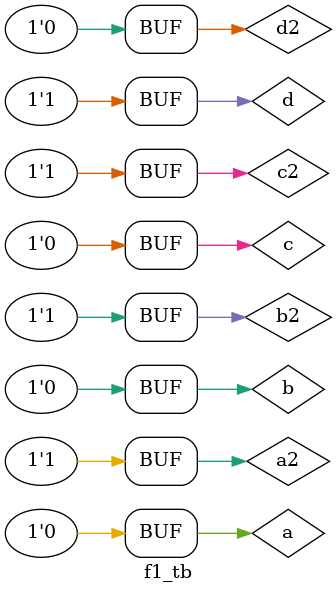
<source format=v>
module f1_tb ();
	reg a,a2,b,b2,c,c2,d,d2;
	wire out;
	f1 f1(out,a,a2,b,b2,c,c2,d,d2);
	initial begin
			$dumpfile("f1.vcd");
			$dumpvars(0,f1_tb);
			a=0;
			b=0;
			c=0;
			d=0;
			a2=1;
			b2=1;
			c2=1;
			d2=1;
			#20;
			a=1;
			a2=0;
			#20;
			b=1;
			b2=0;
			#20;
			a=0;
			a2=1;
			#20;
			c=1;
			c2=0;
			#20;
			a=1;
			a2=0;
			#20;
			b=0;
			b2=1;
			#20;
			a=0;
			a2=1;
			#20;
			d=1;
			d2=0;
			#20;
			a=1;
			a2=0;
			#20;
			b=1;
			b2=0;
			#20;
			a=0;
			a2=1;
			#20;
			c=0;
			c2=1;
			#20;
			a=1;
			a2=0;
			#20;
			b=0;
			b2=1;
			#20;
			a=0;
			a2=1;
			#20;
		end

endmodule
</source>
